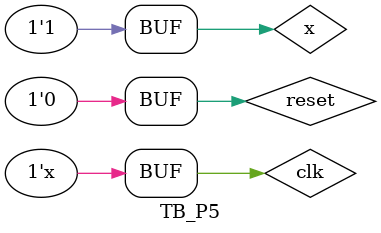
<source format=v>
`timescale 1 ns/10 ps
module TB_P5;
wire y;
wire [2:0] status;
reg x, reset, clk;

P5_FSM_1par_0impar DUT1(.clk(clk), .reset(reset), .x(x), .y(y), .status(status));

localparam	medio_periodo = 10,
		cambio = 2*medio_periodo;

always
	#medio_periodo clk=~clk;

initial
begin
reset = 0;
clk = 0;
#5

x = 0;
#cambio;

x = 1;
#cambio;

x = 1;
#cambio;

x = 0;
#cambio;

x = 1;
#cambio;

x = 0;
#cambio;

x = 0;
#cambio;

x = 0;
#cambio;

x = 1;
#cambio;

x = 1;
#cambio;

x = 1;
#cambio;

x = 1;
#cambio;

x = 0;
#cambio;

x = 0;
#cambio;

x = 0;
#cambio;

x = 1;
#cambio;

x = 0;
#cambio;

x = 0;
#cambio;

x = 0;
#cambio;

x = 1;
#cambio;
end

endmodule




</source>
